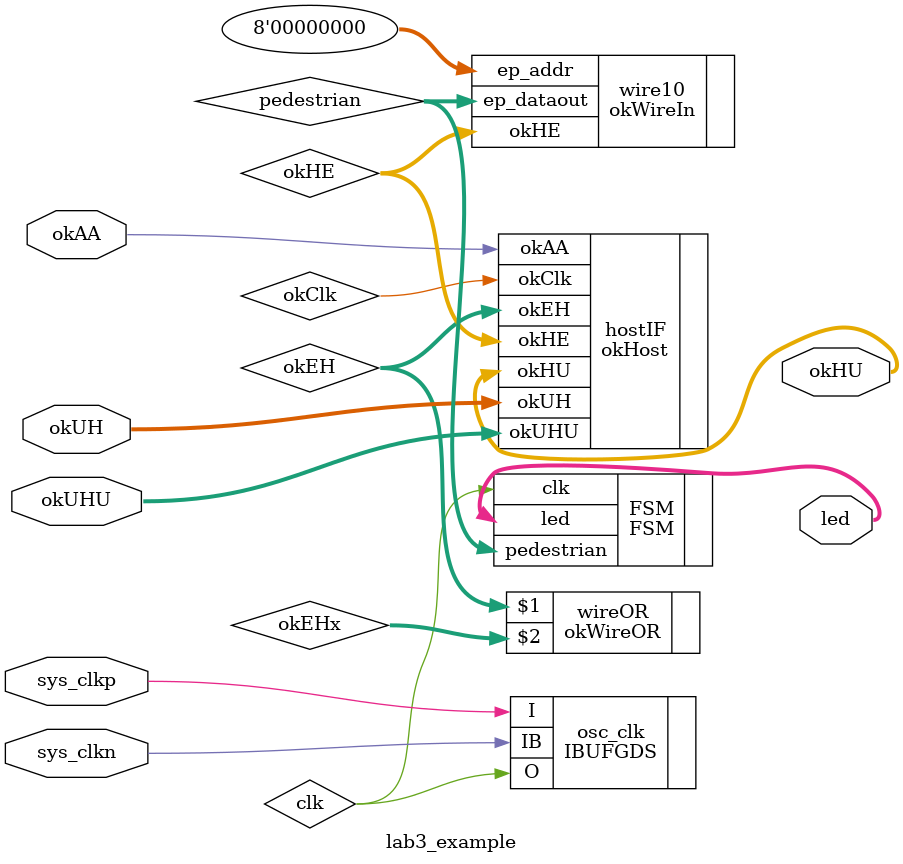
<source format=v>
`timescale 1ns / 1ps
module lab3_example(
    input   wire    [4:0] okUH,
    output  wire    [2:0] okHU,
    inout   wire    [31:0] okUHU,
    inout   wire    okAA,
    output [7:0] led,
    input sys_clkn,
    input sys_clkp  
    );

    
    wire [31:0]     pedestrian;
    wire okClk;            //These are FrontPanel wires needed to IO communication    
    wire [112:0]    okHE;  //These are FrontPanel wires needed to IO communication    
    wire [64:0]     okEH;  //These are FrontPanel wires needed to IO communication           
    wire clk;
    
    
    IBUFGDS osc_clk(
        .O(clk),
        .I(sys_clkp),
        .IB(sys_clkn)
    );
    
    okHost hostIF (
        .okUH(okUH),
        .okHU(okHU),
        .okUHU(okUHU),
        .okClk(okClk),
        .okAA(okAA),
        .okHE(okHE),
        .okEH(okEH)
    );
    
    localparam  endPt_count = 1;
    wire [endPt_count*65-1:0] okEHx;  
    okWireOR # (.N(endPt_count)) wireOR (okEH, okEHx);
    
    okWireIn wire10 (   .okHE(okHE), 
                        .ep_addr(8'h00), 
                        .ep_dataout(pedestrian));
                        
    FSM FSM(.clk(clk),
            .pedestrian(pedestrian),
            .led(led));

    
endmodule


</source>
